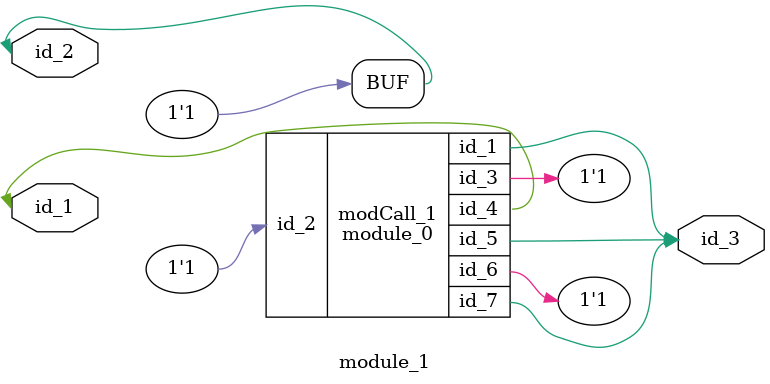
<source format=v>
module module_0 (
    id_1,
    id_2,
    id_3,
    id_4,
    id_5,
    id_6,
    id_7
);
  output wire id_7;
  output wire id_6;
  output wire id_5;
  output wire id_4;
  inout wire id_3;
  input wire id_2;
  output wire id_1;
  assign id_4 = 1;
  wire id_8;
endmodule
module module_1 (
    id_1,
    id_2,
    id_3
);
  output wire id_3;
  inout wire id_2;
  inout wire id_1;
  assign id_2 = 1;
  module_0 modCall_1 (
      id_3,
      id_2,
      id_2,
      id_1,
      id_3,
      id_2,
      id_3
  );
  wire id_4 = id_4;
endmodule

</source>
